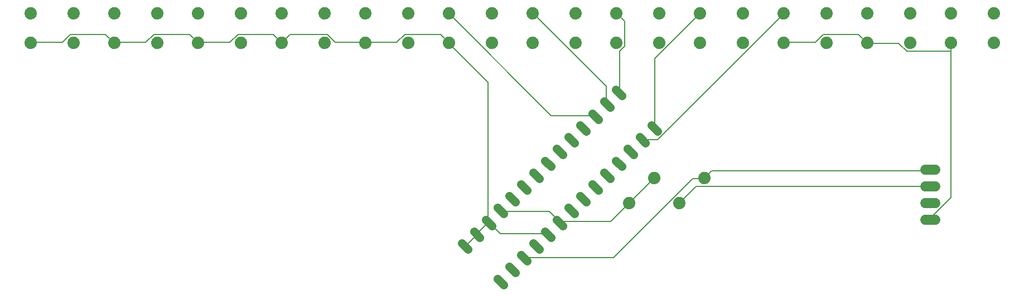
<source format=gbr>
G04 EAGLE Gerber X2 export*
%TF.Part,Single*%
%TF.FileFunction,Copper,L1,Top,Mixed*%
%TF.FilePolarity,Positive*%
%TF.GenerationSoftware,Autodesk,EAGLE,8.7.1*%
%TF.CreationDate,2018-04-09T02:22:03Z*%
G75*
%MOMM*%
%FSLAX34Y34*%
%LPD*%
%AMOC8*
5,1,8,0,0,1.08239X$1,22.5*%
G01*
%ADD10C,1.524000*%
%ADD11C,1.879600*%
%ADD12C,1.308000*%
%ADD13C,0.152400*%


D10*
X1389380Y215900D02*
X1404620Y215900D01*
X1404620Y190500D02*
X1389380Y190500D01*
X1389380Y165100D02*
X1404620Y165100D01*
X1404620Y139700D02*
X1389380Y139700D01*
D11*
X1016000Y165100D03*
X939800Y165100D03*
X1054100Y203200D03*
X977900Y203200D03*
X30988Y454406D03*
X96012Y454406D03*
X30988Y409194D03*
X96012Y409194D03*
X1173988Y454406D03*
X1239012Y454406D03*
X1173988Y409194D03*
X1239012Y409194D03*
X1300988Y454406D03*
X1366012Y454406D03*
X1300988Y409194D03*
X1366012Y409194D03*
X1427988Y454406D03*
X1493012Y454406D03*
X1427988Y409194D03*
X1493012Y409194D03*
X157988Y454406D03*
X223012Y454406D03*
X157988Y409194D03*
X223012Y409194D03*
X284988Y454406D03*
X350012Y454406D03*
X284988Y409194D03*
X350012Y409194D03*
X411988Y454406D03*
X477012Y454406D03*
X411988Y409194D03*
X477012Y409194D03*
X538988Y454406D03*
X604012Y454406D03*
X538988Y409194D03*
X604012Y409194D03*
X665988Y454406D03*
X731012Y454406D03*
X665988Y409194D03*
X731012Y409194D03*
X792988Y454406D03*
X858012Y454406D03*
X792988Y409194D03*
X858012Y409194D03*
X919988Y454406D03*
X985012Y454406D03*
X919988Y409194D03*
X985012Y409194D03*
X1046988Y454406D03*
X1112012Y454406D03*
X1046988Y409194D03*
X1112012Y409194D03*
D12*
X982524Y274776D02*
X973276Y284024D01*
X955315Y266064D02*
X964564Y256815D01*
X946603Y238855D02*
X937355Y248103D01*
X919394Y230143D02*
X928643Y220894D01*
X910682Y202933D02*
X901434Y212182D01*
X883473Y194222D02*
X892722Y184973D01*
X874761Y167012D02*
X865512Y176261D01*
X847552Y158301D02*
X856801Y149052D01*
X838840Y131091D02*
X829591Y140340D01*
X811631Y122380D02*
X820880Y113131D01*
X802919Y95170D02*
X793670Y104419D01*
X775710Y86459D02*
X784959Y77210D01*
X766998Y59249D02*
X757749Y68498D01*
X739789Y50538D02*
X749038Y41289D01*
X695156Y95170D02*
X685907Y104419D01*
X703868Y122380D02*
X713117Y113131D01*
X731077Y131091D02*
X721828Y140340D01*
X739789Y158301D02*
X749038Y149052D01*
X766998Y167012D02*
X757749Y176261D01*
X775710Y194222D02*
X784959Y184973D01*
X802919Y202933D02*
X793670Y212182D01*
X811631Y230143D02*
X820880Y220894D01*
X838840Y238855D02*
X829591Y248103D01*
X847552Y266064D02*
X856801Y256815D01*
X874761Y274776D02*
X865512Y284024D01*
X883473Y301985D02*
X892722Y292736D01*
X910682Y310697D02*
X901434Y319945D01*
X919394Y337906D02*
X928643Y328657D01*
D13*
X886968Y298704D02*
X821436Y298704D01*
X665988Y454152D01*
X886968Y298704D02*
X888097Y297361D01*
X665988Y454152D02*
X665988Y454406D01*
X905256Y342900D02*
X905256Y315468D01*
X905256Y342900D02*
X794004Y454152D01*
X905256Y315468D02*
X906058Y315321D01*
X794004Y454152D02*
X792988Y454406D01*
X925068Y396240D02*
X925068Y333756D01*
X925068Y396240D02*
X932688Y403860D01*
X932688Y441960D01*
X920496Y454152D01*
X925068Y333756D02*
X924018Y333282D01*
X920496Y454152D02*
X919988Y454406D01*
X978408Y385572D02*
X978408Y280416D01*
X978408Y385572D02*
X1046988Y454152D01*
X978408Y280416D02*
X977900Y279400D01*
X1046988Y454152D02*
X1046988Y454406D01*
X982980Y262128D02*
X960120Y262128D01*
X982980Y262128D02*
X1175004Y454152D01*
X960120Y262128D02*
X959940Y261439D01*
X1173988Y454406D02*
X1175004Y454152D01*
X1397508Y143256D02*
X1397508Y140208D01*
X1397508Y143256D02*
X1427988Y173736D01*
X1427988Y396240D02*
X1427988Y409194D01*
X1427988Y396240D02*
X1427988Y173736D01*
X1397508Y140208D02*
X1397000Y139700D01*
X1348740Y408432D02*
X1301496Y408432D01*
X1348740Y408432D02*
X1360932Y396240D01*
X1427988Y396240D01*
X1301496Y408432D02*
X1300988Y409194D01*
X1222248Y409956D02*
X1175004Y409956D01*
X1222248Y409956D02*
X1234440Y422148D01*
X1287780Y422148D01*
X1299972Y409956D01*
X1175004Y409956D02*
X1173988Y409194D01*
X1299972Y409956D02*
X1300988Y409194D01*
X79248Y409956D02*
X32004Y409956D01*
X79248Y409956D02*
X91440Y422148D01*
X144780Y422148D01*
X156972Y409956D01*
X32004Y409956D02*
X30988Y409194D01*
X156972Y409956D02*
X157988Y409194D01*
X284988Y409956D02*
X333756Y409956D01*
X345948Y422148D01*
X399288Y422148D01*
X411480Y409956D01*
X411988Y409194D01*
X493776Y409956D02*
X537972Y409956D01*
X493776Y409956D02*
X481584Y422148D01*
X425196Y422148D01*
X413004Y409956D01*
X537972Y409956D02*
X538988Y409194D01*
X413004Y409956D02*
X411988Y409194D01*
X205740Y409956D02*
X158496Y409956D01*
X205740Y409956D02*
X217932Y422148D01*
X272796Y422148D01*
X284988Y409956D01*
X158496Y409956D02*
X157988Y409194D01*
X284988Y409194D02*
X284988Y409956D01*
X691896Y100584D02*
X708660Y117348D01*
X691896Y100584D02*
X690532Y99795D01*
X708660Y117348D02*
X708492Y117755D01*
X708660Y118872D02*
X725424Y135636D01*
X726453Y135716D01*
X708660Y118872D02*
X708492Y117755D01*
X743712Y118872D02*
X815340Y118872D01*
X743712Y118872D02*
X726948Y135636D01*
X815340Y118872D02*
X816255Y117755D01*
X726948Y135636D02*
X726453Y135716D01*
X725424Y137160D02*
X725424Y348996D01*
X665988Y408432D01*
X725424Y137160D02*
X726453Y135716D01*
X665988Y408432D02*
X665988Y409194D01*
X586740Y409956D02*
X539496Y409956D01*
X586740Y409956D02*
X598932Y422148D01*
X653796Y422148D01*
X665988Y409956D01*
X539496Y409956D02*
X538988Y409194D01*
X665988Y409194D02*
X665988Y409956D01*
X1040892Y190500D02*
X1397000Y190500D01*
X1040892Y190500D02*
X1016508Y166116D01*
X1016000Y165100D01*
X915924Y82296D02*
X781812Y82296D01*
X915924Y82296D02*
X1036320Y202692D01*
X1053084Y202692D01*
X781812Y82296D02*
X780334Y81834D01*
X1053084Y202692D02*
X1054100Y203200D01*
X1065276Y214884D02*
X1395984Y214884D01*
X1065276Y214884D02*
X1054608Y204216D01*
X1395984Y214884D02*
X1397000Y215900D01*
X1054608Y204216D02*
X1054100Y203200D01*
X818388Y152400D02*
X745236Y152400D01*
X818388Y152400D02*
X833628Y137160D01*
X745236Y152400D02*
X744413Y153676D01*
X833628Y137160D02*
X834216Y135716D01*
X940308Y166116D02*
X976884Y202692D01*
X940308Y166116D02*
X939800Y165100D01*
X976884Y202692D02*
X977900Y203200D01*
X911352Y137160D02*
X835152Y137160D01*
X911352Y137160D02*
X938784Y164592D01*
X835152Y137160D02*
X834216Y135716D01*
X938784Y164592D02*
X939800Y165100D01*
M02*

</source>
